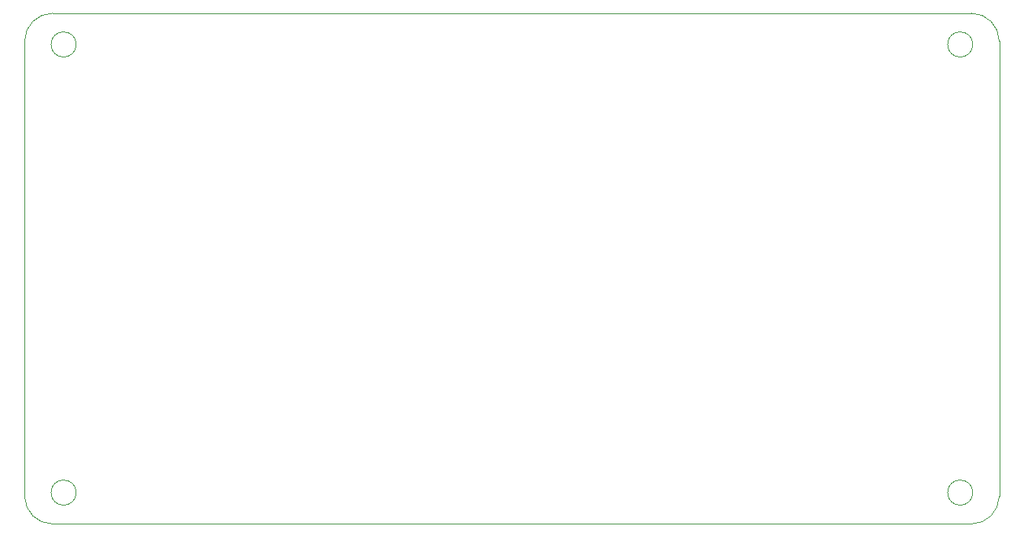
<source format=gbr>
%TF.GenerationSoftware,KiCad,Pcbnew,9.0.0*%
%TF.CreationDate,2025-03-26T23:18:24+07:00*%
%TF.ProjectId,PermaProto,5065726d-6150-4726-9f74-6f2e6b696361,1*%
%TF.SameCoordinates,Original*%
%TF.FileFunction,Profile,NP*%
%FSLAX46Y46*%
G04 Gerber Fmt 4.6, Leading zero omitted, Abs format (unit mm)*
G04 Created by KiCad (PCBNEW 9.0.0) date 2025-03-26 23:18:24*
%MOMM*%
%LPD*%
G01*
G04 APERTURE LIST*
%TA.AperFunction,Profile*%
%ADD10C,0.050000*%
%TD*%
G04 APERTURE END LIST*
D10*
X196930000Y-134620000D02*
G75*
G02*
X194230000Y-134620000I-1350000J0D01*
G01*
X194230000Y-134620000D02*
G75*
G02*
X196930000Y-134620000I1350000J0D01*
G01*
X94860000Y-86000000D02*
G75*
G02*
X97860000Y-83000000I3000000J0D01*
G01*
X196930000Y-86360000D02*
G75*
G02*
X194230000Y-86360000I-1350000J0D01*
G01*
X194230000Y-86360000D02*
G75*
G02*
X196930000Y-86360000I1350000J0D01*
G01*
X100410000Y-86360000D02*
G75*
G02*
X97710000Y-86360000I-1350000J0D01*
G01*
X97710000Y-86360000D02*
G75*
G02*
X100410000Y-86360000I1350000J0D01*
G01*
X196780000Y-138000000D02*
X97860000Y-138000000D01*
X97860000Y-83000000D02*
X196780000Y-83000000D01*
X97860000Y-138000000D02*
G75*
G02*
X94860000Y-135000000I0J3000000D01*
G01*
X94860000Y-135000000D02*
X94860000Y-86000000D01*
X196780000Y-83000000D02*
G75*
G02*
X199780000Y-86000000I0J-3000000D01*
G01*
X199780000Y-86000000D02*
X199780000Y-135000000D01*
X199780000Y-135000000D02*
G75*
G02*
X196780000Y-138000000I-3000000J0D01*
G01*
X100410000Y-134620000D02*
G75*
G02*
X97710000Y-134620000I-1350000J0D01*
G01*
X97710000Y-134620000D02*
G75*
G02*
X100410000Y-134620000I1350000J0D01*
G01*
M02*

</source>
